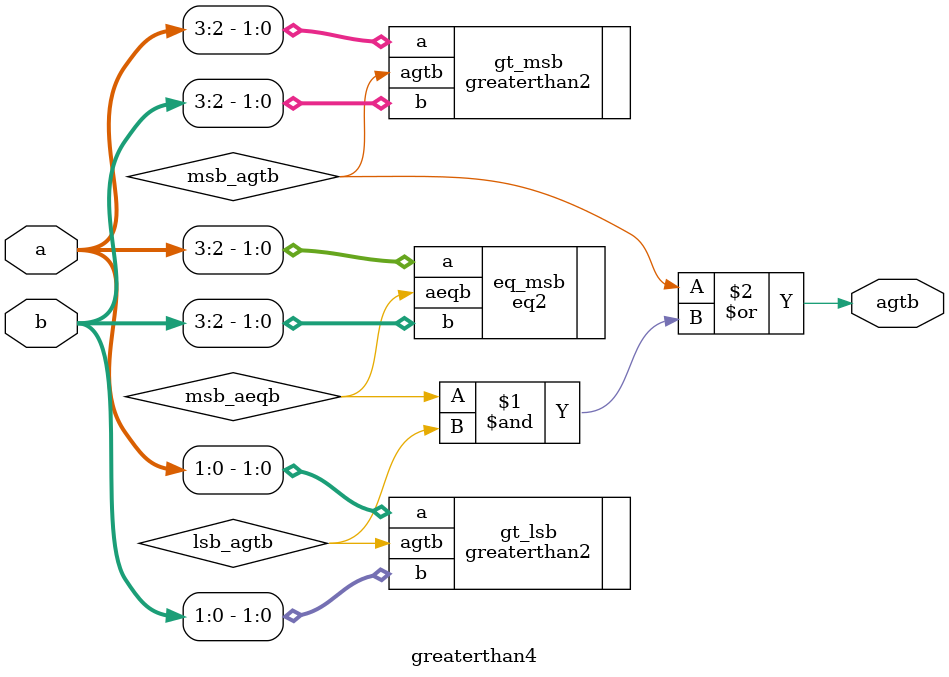
<source format=sv>

module greaterthan4 (
  input logic [3:0] a,
  input logic [3:0] b,
  output logic      agtb
);
  logic msb_agtb, lsb_agtb, msb_aeqb;

  greaterthan2 gt_msb (
    .a(a[3:2]),
    .b(b[3:2]),
    .agtb(msb_agtb)
  );
  greaterthan2 gt_lsb (
    .a(a[1:0]),
    .b(b[1:0]),
    .agtb(lsb_agtb)
  );
  eq2 eq_msb (
    .a(a[3:2]),
    .b(b[3:2]),
    .aeqb(msb_aeqb)
  );

  assign agtb = msb_agtb | (msb_aeqb & lsb_agtb);
endmodule

</source>
